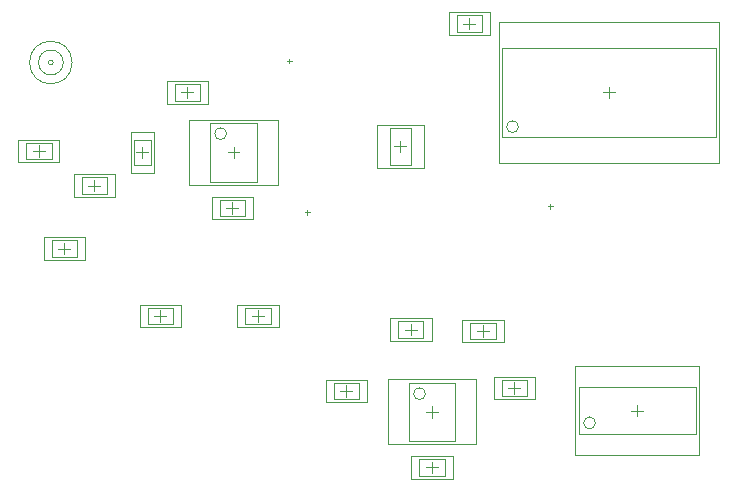
<source format=gko>
%FSLAX42Y42*%
%MOMM*%
G71*
G01*
G75*
%ADD10R,1.20X1.40*%
%ADD11O,0.60X2.20*%
%ADD12R,1.10X0.65*%
%ADD13R,1.40X1.20*%
%ADD14R,1.50X1.50*%
%ADD15O,2.20X0.60*%
%ADD16R,1.30X2.00*%
%ADD17R,2.00X2.00*%
%ADD18O,0.60X2.30*%
%ADD19C,0.25*%
%ADD20C,0.03*%
%ADD21C,0.10*%
%ADD22R,1.50X1.50*%
%ADD23C,1.50*%
%ADD24C,2.50*%
%ADD25C,1.27*%
D20*
X2649Y4153D02*
G03*
X2649Y4153I-20J0D01*
G01*
X2734D02*
G03*
X2734Y4153I-105J0D01*
G01*
X2809D02*
G03*
X2809Y4153I-180J0D01*
G01*
D21*
X4648Y4146D02*
Y4186D01*
X4628Y4166D02*
X4668D01*
X4801Y2863D02*
Y2903D01*
X4781Y2883D02*
X4821D01*
X6858Y2914D02*
Y2954D01*
X6838Y2934D02*
X6878D01*
X7240Y1102D02*
G03*
X7240Y1102I-50J0D01*
G01*
X4116Y3551D02*
G03*
X4116Y3551I-50J0D01*
G01*
X5800Y1349D02*
G03*
X5800Y1349I-50J0D01*
G01*
X6588Y3609D02*
G03*
X6588Y3609I-50J0D01*
G01*
X3677Y3829D02*
Y3969D01*
X3892Y3829D02*
Y3969D01*
X3677D02*
X3892D01*
X3677Y3829D02*
X3892D01*
X7100Y1011D02*
X8090D01*
X7100Y1402D02*
X8090D01*
X7100Y1011D02*
Y1402D01*
X8090Y1011D02*
Y1402D01*
X6446Y1327D02*
Y1467D01*
X6661Y1327D02*
Y1467D01*
X6446D02*
X6661D01*
X6446Y1327D02*
X6661D01*
X5238Y1302D02*
Y1442D01*
X5023Y1302D02*
Y1442D01*
Y1302D02*
X5238D01*
X5023Y1442D02*
X5238D01*
X5498Y3287D02*
X5678D01*
X5498Y3597D02*
X5678D01*
Y3287D02*
Y3597D01*
X5498Y3287D02*
Y3597D01*
X6179Y1810D02*
Y1950D01*
X6394Y1810D02*
Y1950D01*
X6179D02*
X6394D01*
X6179Y1810D02*
X6394D01*
X5569Y1822D02*
Y1962D01*
X5784Y1822D02*
Y1962D01*
X5569D02*
X5784D01*
X5569Y1822D02*
X5784D01*
X3474Y3283D02*
Y3498D01*
X3334Y3283D02*
Y3498D01*
X3474D01*
X3334Y3283D02*
X3474D01*
X3449Y1937D02*
X3663D01*
X3449Y2077D02*
X3663D01*
Y1937D02*
Y2077D01*
X3449Y1937D02*
Y2077D01*
X2890Y3041D02*
X3105D01*
X2890Y3182D02*
X3105D01*
Y3041D02*
Y3182D01*
X2890Y3041D02*
Y3182D01*
X4274Y1937D02*
X4489D01*
X4274Y2077D02*
X4489D01*
Y1937D02*
Y2077D01*
X4274Y1937D02*
Y2077D01*
X3976Y3141D02*
X4376D01*
X3976Y3641D02*
X4376D01*
Y3141D02*
Y3641D01*
X3976Y3141D02*
Y3641D01*
X4058Y2851D02*
Y2991D01*
X4273Y2851D02*
Y2991D01*
X4058D02*
X4273D01*
X4058Y2851D02*
X4273D01*
X5660Y949D02*
X6050D01*
X5660Y1439D02*
X6050D01*
Y949D02*
Y1439D01*
X5660Y949D02*
Y1439D01*
X5962Y654D02*
Y794D01*
X5747Y654D02*
Y794D01*
Y654D02*
X5962D01*
X5747Y794D02*
X5962D01*
X2636Y2508D02*
X2851D01*
X2636Y2648D02*
X2851D01*
Y2508D02*
Y2648D01*
X2636Y2508D02*
Y2648D01*
X2420Y3334D02*
X2635D01*
X2420Y3474D02*
X2635D01*
Y3334D02*
Y3474D01*
X2420Y3334D02*
Y3474D01*
X8259Y3519D02*
Y4279D01*
X6448Y3519D02*
Y4279D01*
X8259D01*
X6448Y3519D02*
X8259D01*
X6065Y4413D02*
Y4553D01*
X6280Y4413D02*
Y4553D01*
X6065D02*
X6280D01*
X6065Y4413D02*
X6280D01*
X3610Y3804D02*
Y3994D01*
X3960Y3804D02*
Y3994D01*
X3610D02*
X3960D01*
X3610Y3804D02*
X3960D01*
X3735Y3899D02*
X3835D01*
X3785Y3849D02*
Y3949D01*
X7070Y831D02*
X8120D01*
X7070Y1582D02*
X8120D01*
X7070Y831D02*
Y1582D01*
X8120Y831D02*
Y1582D01*
X7595Y1156D02*
Y1257D01*
X7545Y1206D02*
X7645D01*
X6378Y1302D02*
Y1492D01*
X6728Y1302D02*
Y1492D01*
X6378D02*
X6728D01*
X6378Y1302D02*
X6728D01*
X6503Y1397D02*
X6603D01*
X6553Y1347D02*
Y1447D01*
X5306Y1277D02*
Y1467D01*
X4956Y1277D02*
Y1467D01*
Y1277D02*
X5306D01*
X4956Y1467D02*
X5306D01*
X5081Y1372D02*
X5181D01*
X5131Y1322D02*
Y1422D01*
X5588Y3392D02*
Y3492D01*
X5538Y3442D02*
X5638D01*
X5388Y3262D02*
X5788D01*
X5388Y3622D02*
X5788D01*
Y3262D02*
Y3622D01*
X5388Y3262D02*
Y3622D01*
X6111Y1785D02*
Y1975D01*
X6462Y1785D02*
Y1975D01*
X6111D02*
X6462D01*
X6111Y1785D02*
X6462D01*
X6237Y1880D02*
X6337D01*
X6287Y1830D02*
Y1930D01*
X5502Y1797D02*
Y1987D01*
X5852Y1797D02*
Y1987D01*
X5502D02*
X5852D01*
X5502Y1797D02*
X5852D01*
X5627Y1892D02*
X5727D01*
X5677Y1842D02*
Y1942D01*
X3354Y3391D02*
X3454D01*
X3404Y3341D02*
Y3441D01*
X3499Y3216D02*
Y3566D01*
X3309Y3216D02*
Y3566D01*
X3499D01*
X3309Y3216D02*
X3499D01*
X3556Y1957D02*
Y2057D01*
X3506Y2007D02*
X3606D01*
X3381Y1912D02*
X3731D01*
X3381Y2102D02*
X3731D01*
Y1912D02*
Y2102D01*
X3381Y1912D02*
Y2102D01*
X2997Y3061D02*
Y3162D01*
X2947Y3111D02*
X3047D01*
X2822Y3016D02*
X3172D01*
X2822Y3207D02*
X3172D01*
Y3016D02*
Y3207D01*
X2822Y3016D02*
Y3207D01*
X4381Y1957D02*
Y2057D01*
X4332Y2007D02*
X4432D01*
X4206Y1912D02*
X4557D01*
X4206Y2102D02*
X4557D01*
Y1912D02*
Y2102D01*
X4206Y1912D02*
Y2102D01*
X4176Y3341D02*
Y3441D01*
X4126Y3391D02*
X4226D01*
X3801Y3116D02*
X4551D01*
X3801Y3666D02*
X4551D01*
Y3116D02*
Y3666D01*
X3801Y3116D02*
Y3666D01*
X3991Y2826D02*
Y3016D01*
X4341Y2826D02*
Y3016D01*
X3991D02*
X4341D01*
X3991Y2826D02*
X4341D01*
X4116Y2921D02*
X4216D01*
X4166Y2871D02*
Y2971D01*
X5855Y1144D02*
Y1244D01*
X5805Y1194D02*
X5905D01*
X5480Y919D02*
X6230D01*
X5480Y1469D02*
X6230D01*
Y919D02*
Y1469D01*
X5480Y919D02*
Y1469D01*
X6030Y629D02*
Y819D01*
X5680Y629D02*
Y819D01*
Y629D02*
X6030D01*
X5680Y819D02*
X6030D01*
X5805Y724D02*
X5905D01*
X5855Y674D02*
Y774D01*
X2743Y2528D02*
Y2628D01*
X2693Y2578D02*
X2793D01*
X2568Y2483D02*
X2918D01*
X2568Y2673D02*
X2918D01*
Y2483D02*
Y2673D01*
X2568Y2483D02*
Y2673D01*
X2527Y3354D02*
Y3454D01*
X2477Y3404D02*
X2577D01*
X2352Y3309D02*
X2702D01*
X2352Y3499D02*
X2702D01*
Y3309D02*
Y3499D01*
X2352Y3309D02*
Y3499D01*
X7303Y3899D02*
X7403D01*
X7353Y3849D02*
Y3949D01*
X8283Y3304D02*
Y4494D01*
X6423Y3304D02*
Y4494D01*
X8283D01*
X6423Y3304D02*
X8283D01*
X5997Y4388D02*
Y4578D01*
X6347Y4388D02*
Y4578D01*
X5997D02*
X6347D01*
X5997Y4388D02*
X6347D01*
X6122Y4483D02*
X6222D01*
X6172Y4433D02*
Y4533D01*
M02*

</source>
